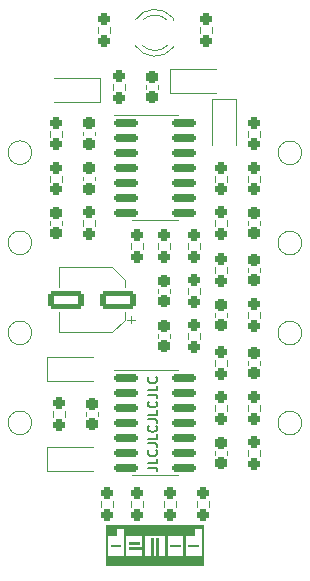
<source format=gbr>
%TF.GenerationSoftware,KiCad,Pcbnew,(6.0.9-0)*%
%TF.CreationDate,2024-06-20T10:44:05+02:00*%
%TF.ProjectId,follower-board,666f6c6c-6f77-4657-922d-626f6172642e,rev?*%
%TF.SameCoordinates,Original*%
%TF.FileFunction,Legend,Top*%
%TF.FilePolarity,Positive*%
%FSLAX46Y46*%
G04 Gerber Fmt 4.6, Leading zero omitted, Abs format (unit mm)*
G04 Created by KiCad (PCBNEW (6.0.9-0)) date 2024-06-20 10:44:05*
%MOMM*%
%LPD*%
G01*
G04 APERTURE LIST*
G04 Aperture macros list*
%AMRoundRect*
0 Rectangle with rounded corners*
0 $1 Rounding radius*
0 $2 $3 $4 $5 $6 $7 $8 $9 X,Y pos of 4 corners*
0 Add a 4 corners polygon primitive as box body*
4,1,4,$2,$3,$4,$5,$6,$7,$8,$9,$2,$3,0*
0 Add four circle primitives for the rounded corners*
1,1,$1+$1,$2,$3*
1,1,$1+$1,$4,$5*
1,1,$1+$1,$6,$7*
1,1,$1+$1,$8,$9*
0 Add four rect primitives between the rounded corners*
20,1,$1+$1,$2,$3,$4,$5,0*
20,1,$1+$1,$4,$5,$6,$7,0*
20,1,$1+$1,$6,$7,$8,$9,0*
20,1,$1+$1,$8,$9,$2,$3,0*%
G04 Aperture macros list end*
%ADD10C,0.120000*%
%ADD11C,0.150000*%
%ADD12RoundRect,0.237500X-0.237500X0.250000X-0.237500X-0.250000X0.237500X-0.250000X0.237500X0.250000X0*%
%ADD13R,0.900000X1.200000*%
%ADD14RoundRect,0.237500X-0.237500X0.300000X-0.237500X-0.300000X0.237500X-0.300000X0.237500X0.300000X0*%
%ADD15RoundRect,0.237500X0.237500X-0.250000X0.237500X0.250000X-0.237500X0.250000X-0.237500X-0.250000X0*%
%ADD16RoundRect,0.237500X0.237500X-0.300000X0.237500X0.300000X-0.237500X0.300000X-0.237500X-0.300000X0*%
%ADD17C,3.200000*%
%ADD18RoundRect,0.150000X-0.825000X-0.150000X0.825000X-0.150000X0.825000X0.150000X-0.825000X0.150000X0*%
%ADD19R,1.800000X1.800000*%
%ADD20C,1.800000*%
%ADD21C,5.500000*%
%ADD22RoundRect,0.250000X1.250000X0.550000X-1.250000X0.550000X-1.250000X-0.550000X1.250000X-0.550000X0*%
%ADD23R,1.200000X0.900000*%
%ADD24R,1.700000X1.700000*%
%ADD25O,1.700000X1.700000*%
G04 APERTURE END LIST*
D10*
X51800000Y-76200000D02*
G75*
G03*
X51800000Y-76200000I-1000000J0D01*
G01*
X51800000Y-53324000D02*
G75*
G03*
X51800000Y-53324000I-1000000J0D01*
G01*
X74660000Y-68596000D02*
G75*
G03*
X74660000Y-68596000I-1000000J0D01*
G01*
X74660000Y-60976000D02*
G75*
G03*
X74660000Y-60976000I-1000000J0D01*
G01*
X74660000Y-53340000D02*
G75*
G03*
X74660000Y-53340000I-1000000J0D01*
G01*
X74660000Y-76216000D02*
G75*
G03*
X74660000Y-76216000I-1000000J0D01*
G01*
X51800000Y-60960000D02*
G75*
G03*
X51800000Y-60960000I-1000000J0D01*
G01*
X51800000Y-68580000D02*
G75*
G03*
X51800000Y-68580000I-1000000J0D01*
G01*
D11*
X61639504Y-79996838D02*
X62210933Y-79996838D01*
X62325219Y-80034933D01*
X62401409Y-80111123D01*
X62439504Y-80225409D01*
X62439504Y-80301600D01*
X62439504Y-79234933D02*
X62439504Y-79615885D01*
X61639504Y-79615885D01*
X62363314Y-78511123D02*
X62401409Y-78549219D01*
X62439504Y-78663504D01*
X62439504Y-78739695D01*
X62401409Y-78853980D01*
X62325219Y-78930171D01*
X62249028Y-78968266D01*
X62096647Y-79006361D01*
X61982361Y-79006361D01*
X61829980Y-78968266D01*
X61753790Y-78930171D01*
X61677600Y-78853980D01*
X61639504Y-78739695D01*
X61639504Y-78663504D01*
X61677600Y-78549219D01*
X61715695Y-78511123D01*
X61639504Y-77939695D02*
X62210933Y-77939695D01*
X62325219Y-77977790D01*
X62401409Y-78053980D01*
X62439504Y-78168266D01*
X62439504Y-78244457D01*
X62439504Y-77177790D02*
X62439504Y-77558742D01*
X61639504Y-77558742D01*
X62363314Y-76453980D02*
X62401409Y-76492076D01*
X62439504Y-76606361D01*
X62439504Y-76682552D01*
X62401409Y-76796838D01*
X62325219Y-76873028D01*
X62249028Y-76911123D01*
X62096647Y-76949219D01*
X61982361Y-76949219D01*
X61829980Y-76911123D01*
X61753790Y-76873028D01*
X61677600Y-76796838D01*
X61639504Y-76682552D01*
X61639504Y-76606361D01*
X61677600Y-76492076D01*
X61715695Y-76453980D01*
X61639504Y-75882552D02*
X62210933Y-75882552D01*
X62325219Y-75920647D01*
X62401409Y-75996838D01*
X62439504Y-76111123D01*
X62439504Y-76187314D01*
X62439504Y-75120647D02*
X62439504Y-75501600D01*
X61639504Y-75501600D01*
X62363314Y-74396838D02*
X62401409Y-74434933D01*
X62439504Y-74549219D01*
X62439504Y-74625409D01*
X62401409Y-74739695D01*
X62325219Y-74815885D01*
X62249028Y-74853980D01*
X62096647Y-74892076D01*
X61982361Y-74892076D01*
X61829980Y-74853980D01*
X61753790Y-74815885D01*
X61677600Y-74739695D01*
X61639504Y-74625409D01*
X61639504Y-74549219D01*
X61677600Y-74434933D01*
X61715695Y-74396838D01*
X61639504Y-73825409D02*
X62210933Y-73825409D01*
X62325219Y-73863504D01*
X62401409Y-73939695D01*
X62439504Y-74053980D01*
X62439504Y-74130171D01*
X62439504Y-73063504D02*
X62439504Y-73444457D01*
X61639504Y-73444457D01*
X62363314Y-72339695D02*
X62401409Y-72377790D01*
X62439504Y-72492076D01*
X62439504Y-72568266D01*
X62401409Y-72682552D01*
X62325219Y-72758742D01*
X62249028Y-72796838D01*
X62096647Y-72834933D01*
X61982361Y-72834933D01*
X61829980Y-72796838D01*
X61753790Y-72758742D01*
X61677600Y-72682552D01*
X61639504Y-72568266D01*
X61639504Y-72492076D01*
X61677600Y-72377790D01*
X61715695Y-72339695D01*
D10*
%TO.C,R9*%
X66054500Y-64769276D02*
X66054500Y-65278724D01*
X65009500Y-64769276D02*
X65009500Y-65278724D01*
%TO.C,D2*%
X63536000Y-48244000D02*
X67436000Y-48244000D01*
X63536000Y-46244000D02*
X67436000Y-46244000D01*
X63536000Y-46244000D02*
X63536000Y-48244000D01*
%TO.C,R12*%
X68340500Y-55270776D02*
X68340500Y-55780224D01*
X67295500Y-55270776D02*
X67295500Y-55780224D01*
%TO.C,C10*%
X57152000Y-55379233D02*
X57152000Y-55671767D01*
X56132000Y-55379233D02*
X56132000Y-55671767D01*
%TO.C,R18*%
X53579500Y-75183276D02*
X53579500Y-75692724D01*
X54624500Y-75183276D02*
X54624500Y-75692724D01*
%TO.C,R22*%
X71134500Y-75184724D02*
X71134500Y-74675276D01*
X70089500Y-75184724D02*
X70089500Y-74675276D01*
%TO.C,C9*%
X71122000Y-59428767D02*
X71122000Y-59136233D01*
X70102000Y-59428767D02*
X70102000Y-59136233D01*
%TO.C,C13*%
X57406000Y-75584267D02*
X57406000Y-75291733D01*
X56386000Y-75584267D02*
X56386000Y-75291733D01*
%TO.C,R1*%
X54370500Y-55780224D02*
X54370500Y-55270776D01*
X53325500Y-55780224D02*
X53325500Y-55270776D01*
%TO.C,R16*%
X71134500Y-51460776D02*
X71134500Y-51970224D01*
X70089500Y-51460776D02*
X70089500Y-51970224D01*
%TO.C,C7*%
X67308000Y-67202267D02*
X67308000Y-66909733D01*
X68328000Y-67202267D02*
X68328000Y-66909733D01*
%TO.C,C6*%
X62482000Y-68687733D02*
X62482000Y-68980267D01*
X63502000Y-68687733D02*
X63502000Y-68980267D01*
%TO.C,R6*%
X62469500Y-60959276D02*
X62469500Y-61468724D01*
X63514500Y-60959276D02*
X63514500Y-61468724D01*
%TO.C,D1*%
X57622000Y-49006000D02*
X53722000Y-49006000D01*
X57622000Y-47006000D02*
X53722000Y-47006000D01*
X57622000Y-49006000D02*
X57622000Y-47006000D01*
%TO.C,R20*%
X60183500Y-82803276D02*
X60183500Y-83312724D01*
X61228500Y-82803276D02*
X61228500Y-83312724D01*
%TO.C,C5*%
X63502000Y-65170267D02*
X63502000Y-64877733D01*
X62482000Y-65170267D02*
X62482000Y-64877733D01*
%TO.C,U1*%
X62230000Y-59045000D02*
X64180000Y-59045000D01*
X62230000Y-50175000D02*
X64180000Y-50175000D01*
X62230000Y-59045000D02*
X60280000Y-59045000D01*
X62230000Y-50175000D02*
X58780000Y-50175000D01*
%TO.C,R15*%
X66025500Y-42671276D02*
X66025500Y-43180724D01*
X67070500Y-42671276D02*
X67070500Y-43180724D01*
%TO.C,D6*%
X53122000Y-78248000D02*
X57022000Y-78248000D01*
X53122000Y-80248000D02*
X57022000Y-80248000D01*
X53122000Y-78248000D02*
X53122000Y-80248000D01*
%TO.C,R14*%
X71134500Y-66801276D02*
X71134500Y-67310724D01*
X70089500Y-66801276D02*
X70089500Y-67310724D01*
%TO.C,C4*%
X54358000Y-59139233D02*
X54358000Y-59431767D01*
X53338000Y-59139233D02*
X53338000Y-59431767D01*
%TO.C,R25*%
X68340500Y-71374724D02*
X68340500Y-70865276D01*
X67295500Y-71374724D02*
X67295500Y-70865276D01*
%TO.C,D3*%
X63790000Y-42100000D02*
X63790000Y-41944000D01*
X63790000Y-44416000D02*
X63790000Y-44260000D01*
X61188870Y-44259837D02*
G75*
G03*
X63270961Y-44260000I1041130J1079837D01*
G01*
X60557665Y-44258608D02*
G75*
G03*
X63790000Y-44415516I1672335J1078608D01*
G01*
X63270961Y-42100000D02*
G75*
G03*
X61188870Y-42100163I-1040961J-1080000D01*
G01*
X63790000Y-41944484D02*
G75*
G03*
X60557665Y-42101392I-1560000J-1235516D01*
G01*
%TO.C,R11*%
X67295500Y-63500724D02*
X67295500Y-62991276D01*
X68340500Y-63500724D02*
X68340500Y-62991276D01*
%TO.C,R4*%
X58434500Y-42671276D02*
X58434500Y-43180724D01*
X57389500Y-42671276D02*
X57389500Y-43180724D01*
%TO.C,U2*%
X62230000Y-71765000D02*
X58780000Y-71765000D01*
X62230000Y-80635000D02*
X60280000Y-80635000D01*
X62230000Y-80635000D02*
X64180000Y-80635000D01*
X62230000Y-71765000D02*
X64180000Y-71765000D01*
%TO.C,R19*%
X58688500Y-82803276D02*
X58688500Y-83312724D01*
X57643500Y-82803276D02*
X57643500Y-83312724D01*
%TO.C,R13*%
X67295500Y-59030776D02*
X67295500Y-59540224D01*
X68340500Y-59030776D02*
X68340500Y-59540224D01*
%TO.C,kibuzzard-6673DE4D*%
G36*
X58073925Y-84867750D02*
G01*
X59820175Y-84867750D01*
X59820175Y-88360250D01*
X58073925Y-88360250D01*
X58073925Y-87487125D01*
X58283475Y-87487125D01*
X59610625Y-87487125D01*
X59610625Y-85217000D01*
X59051825Y-85217000D01*
X59051825Y-85740875D01*
X58283475Y-85740875D01*
X58283475Y-87487125D01*
X58073925Y-87487125D01*
X58073925Y-84867750D01*
G37*
G36*
X60937775Y-86509225D02*
G01*
X60029725Y-86509225D01*
X60029725Y-86299675D01*
X60937775Y-86299675D01*
X60937775Y-86509225D01*
G37*
G36*
X61147325Y-84867750D02*
G01*
X63312675Y-84867750D01*
X63312675Y-88360250D01*
X61147325Y-88360250D01*
X61147325Y-87487125D01*
X61356875Y-87487125D01*
X61915675Y-87487125D01*
X61915675Y-85915500D01*
X62125225Y-85915500D01*
X62125225Y-87487125D01*
X62334775Y-87487125D01*
X62334775Y-85915500D01*
X62544325Y-85915500D01*
X62544325Y-87487125D01*
X63103125Y-87487125D01*
X63103125Y-85740875D01*
X61356875Y-85740875D01*
X61356875Y-87487125D01*
X61147325Y-87487125D01*
X61147325Y-84867750D01*
G37*
G36*
X59401075Y-86718775D02*
G01*
X58493025Y-86718775D01*
X58493025Y-86509225D01*
X59401075Y-86509225D01*
X59401075Y-86718775D01*
G37*
G36*
X63103125Y-84867750D02*
G01*
X64849375Y-84867750D01*
X64849375Y-88360250D01*
X63103125Y-88360250D01*
X63103125Y-87487125D01*
X63312675Y-87487125D01*
X64639825Y-87487125D01*
X64639825Y-85740875D01*
X63312675Y-85740875D01*
X63312675Y-87487125D01*
X63103125Y-87487125D01*
X63103125Y-84867750D01*
G37*
G36*
X64639825Y-84867750D02*
G01*
X66386075Y-84867750D01*
X66386075Y-88360250D01*
X64639825Y-88360250D01*
X64639825Y-87487125D01*
X64849375Y-87487125D01*
X66176525Y-87487125D01*
X66176525Y-85217000D01*
X65617725Y-85217000D01*
X65617725Y-85740875D01*
X64849375Y-85740875D01*
X64849375Y-87487125D01*
X64639825Y-87487125D01*
X64639825Y-84867750D01*
G37*
G36*
X65966975Y-86718775D02*
G01*
X65058925Y-86718775D01*
X65058925Y-86509225D01*
X65966975Y-86509225D01*
X65966975Y-86718775D01*
G37*
G36*
X64430275Y-86718775D02*
G01*
X63522225Y-86718775D01*
X63522225Y-86509225D01*
X64430275Y-86509225D01*
X64430275Y-86718775D01*
G37*
G36*
X59610625Y-84867750D02*
G01*
X61356875Y-84867750D01*
X61356875Y-88360250D01*
X59610625Y-88360250D01*
X59610625Y-87487125D01*
X59820175Y-87487125D01*
X61147325Y-87487125D01*
X61147325Y-86928325D01*
X60029725Y-86928325D01*
X60029725Y-86718775D01*
X61147325Y-86718775D01*
X61147325Y-85740875D01*
X59820175Y-85740875D01*
X59820175Y-87487125D01*
X59610625Y-87487125D01*
X59610625Y-84867750D01*
G37*
%TO.C,R26*%
X62977500Y-82803276D02*
X62977500Y-83312724D01*
X64022500Y-82803276D02*
X64022500Y-83312724D01*
%TO.C,D5*%
X53122000Y-70628000D02*
X53122000Y-72628000D01*
X53122000Y-70628000D02*
X57022000Y-70628000D01*
X53122000Y-72628000D02*
X57022000Y-72628000D01*
%TO.C,R8*%
X66054500Y-60959276D02*
X66054500Y-61468724D01*
X65009500Y-60959276D02*
X65009500Y-61468724D01*
%TO.C,R24*%
X67295500Y-75184724D02*
X67295500Y-74675276D01*
X68340500Y-75184724D02*
X68340500Y-74675276D01*
%TO.C,R10*%
X66054500Y-69088724D02*
X66054500Y-68579276D01*
X65009500Y-69088724D02*
X65009500Y-68579276D01*
%TO.C,C1*%
X60208500Y-67783500D02*
X60208500Y-67158500D01*
X58591563Y-68546000D02*
X54136000Y-68546000D01*
X60521000Y-67471000D02*
X59896000Y-67471000D01*
X59656000Y-64090437D02*
X59656000Y-64726000D01*
X59656000Y-67481563D02*
X59656000Y-66846000D01*
X58591563Y-63026000D02*
X54136000Y-63026000D01*
X59656000Y-67481563D02*
X58591563Y-68546000D01*
X59656000Y-64090437D02*
X58591563Y-63026000D01*
X54136000Y-63026000D02*
X54136000Y-64726000D01*
X54136000Y-68546000D02*
X54136000Y-66846000D01*
%TO.C,R5*%
X61228500Y-61468724D02*
X61228500Y-60959276D01*
X60183500Y-61468724D02*
X60183500Y-60959276D01*
%TO.C,R23*%
X65771500Y-83312724D02*
X65771500Y-82803276D01*
X66816500Y-83312724D02*
X66816500Y-82803276D01*
%TO.C,R2*%
X53325500Y-51970224D02*
X53325500Y-51460776D01*
X54370500Y-51970224D02*
X54370500Y-51460776D01*
%TO.C,R17*%
X70089500Y-55780224D02*
X70089500Y-55270776D01*
X71134500Y-55780224D02*
X71134500Y-55270776D01*
%TO.C,R21*%
X70089500Y-78485276D02*
X70089500Y-78994724D01*
X71134500Y-78485276D02*
X71134500Y-78994724D01*
%TO.C,C3*%
X62486000Y-47605733D02*
X62486000Y-47898267D01*
X61466000Y-47605733D02*
X61466000Y-47898267D01*
%TO.C,C12*%
X70102000Y-71266267D02*
X70102000Y-70973733D01*
X71122000Y-71266267D02*
X71122000Y-70973733D01*
%TO.C,C8*%
X70102000Y-63392267D02*
X70102000Y-63099733D01*
X71122000Y-63392267D02*
X71122000Y-63099733D01*
%TO.C,R3*%
X58659500Y-48006724D02*
X58659500Y-47497276D01*
X59704500Y-48006724D02*
X59704500Y-47497276D01*
%TO.C,D4*%
X67072000Y-48804000D02*
X67072000Y-52704000D01*
X69072000Y-48804000D02*
X69072000Y-52704000D01*
X69072000Y-48804000D02*
X67072000Y-48804000D01*
%TO.C,C11*%
X67308000Y-78593733D02*
X67308000Y-78886267D01*
X68328000Y-78593733D02*
X68328000Y-78886267D01*
%TO.C,R7*%
X56119500Y-59030776D02*
X56119500Y-59540224D01*
X57164500Y-59030776D02*
X57164500Y-59540224D01*
%TO.C,C2*%
X56132000Y-51861767D02*
X56132000Y-51569233D01*
X57152000Y-51861767D02*
X57152000Y-51569233D01*
%TD*%
%LPC*%
D12*
%TO.C,R9*%
X65532000Y-64111500D03*
X65532000Y-65936500D03*
%TD*%
D13*
%TO.C,D2*%
X64136000Y-47244000D03*
X67436000Y-47244000D03*
%TD*%
D12*
%TO.C,R12*%
X67818000Y-54613000D03*
X67818000Y-56438000D03*
%TD*%
D14*
%TO.C,C10*%
X56642000Y-54663000D03*
X56642000Y-56388000D03*
%TD*%
D12*
%TO.C,R18*%
X54102000Y-74525500D03*
X54102000Y-76350500D03*
%TD*%
D15*
%TO.C,R22*%
X70612000Y-75842500D03*
X70612000Y-74017500D03*
%TD*%
D16*
%TO.C,C9*%
X70612000Y-60145000D03*
X70612000Y-58420000D03*
%TD*%
%TO.C,C13*%
X56896000Y-76300500D03*
X56896000Y-74575500D03*
%TD*%
D15*
%TO.C,R1*%
X53848000Y-56438000D03*
X53848000Y-54613000D03*
%TD*%
D12*
%TO.C,R16*%
X70612000Y-50803000D03*
X70612000Y-52628000D03*
%TD*%
D16*
%TO.C,C7*%
X67818000Y-67918500D03*
X67818000Y-66193500D03*
%TD*%
D14*
%TO.C,C6*%
X62992000Y-67971500D03*
X62992000Y-69696500D03*
%TD*%
D12*
%TO.C,R6*%
X62992000Y-60301500D03*
X62992000Y-62126500D03*
%TD*%
D13*
%TO.C,D1*%
X57022000Y-48006000D03*
X53722000Y-48006000D03*
%TD*%
D12*
%TO.C,R20*%
X60706000Y-82145500D03*
X60706000Y-83970500D03*
%TD*%
D16*
%TO.C,C5*%
X62992000Y-65886500D03*
X62992000Y-64161500D03*
%TD*%
D17*
%TO.C,H2*%
X53340000Y-43180000D03*
%TD*%
D18*
%TO.C,U1*%
X59755000Y-50800000D03*
X59755000Y-52070000D03*
X59755000Y-53340000D03*
X59755000Y-54610000D03*
X59755000Y-55880000D03*
X59755000Y-57150000D03*
X59755000Y-58420000D03*
X64705000Y-58420000D03*
X64705000Y-57150000D03*
X64705000Y-55880000D03*
X64705000Y-54610000D03*
X64705000Y-53340000D03*
X64705000Y-52070000D03*
X64705000Y-50800000D03*
%TD*%
D12*
%TO.C,R15*%
X66548000Y-42013500D03*
X66548000Y-43838500D03*
%TD*%
D13*
%TO.C,D6*%
X53722000Y-79248000D03*
X57022000Y-79248000D03*
%TD*%
D12*
%TO.C,R14*%
X70612000Y-66143500D03*
X70612000Y-67968500D03*
%TD*%
D14*
%TO.C,C4*%
X53848000Y-58423000D03*
X53848000Y-60148000D03*
%TD*%
D15*
%TO.C,R25*%
X67818000Y-72032500D03*
X67818000Y-70207500D03*
%TD*%
D19*
%TO.C,D3*%
X63500000Y-43180000D03*
D20*
X60960000Y-43180000D03*
%TD*%
D15*
%TO.C,R11*%
X67818000Y-64158500D03*
X67818000Y-62333500D03*
%TD*%
D12*
%TO.C,R4*%
X57912000Y-42013500D03*
X57912000Y-43838500D03*
%TD*%
D18*
%TO.C,U2*%
X59755000Y-72390000D03*
X59755000Y-73660000D03*
X59755000Y-74930000D03*
X59755000Y-76200000D03*
X59755000Y-77470000D03*
X59755000Y-78740000D03*
X59755000Y-80010000D03*
X64705000Y-80010000D03*
X64705000Y-78740000D03*
X64705000Y-77470000D03*
X64705000Y-76200000D03*
X64705000Y-74930000D03*
X64705000Y-73660000D03*
X64705000Y-72390000D03*
%TD*%
D12*
%TO.C,R19*%
X58166000Y-82145500D03*
X58166000Y-83970500D03*
%TD*%
%TO.C,R13*%
X67818000Y-58373000D03*
X67818000Y-60198000D03*
%TD*%
D21*
%TO.C,H3*%
X71120000Y-83820000D03*
%TD*%
D12*
%TO.C,R26*%
X63500000Y-82145500D03*
X63500000Y-83970500D03*
%TD*%
D13*
%TO.C,D5*%
X53722000Y-71628000D03*
X57022000Y-71628000D03*
%TD*%
D21*
%TO.C,H1*%
X53340000Y-83820000D03*
%TD*%
D12*
%TO.C,R8*%
X65532000Y-60301500D03*
X65532000Y-62126500D03*
%TD*%
D15*
%TO.C,R24*%
X67818000Y-75842500D03*
X67818000Y-74017500D03*
%TD*%
%TO.C,R10*%
X65532000Y-69746500D03*
X65532000Y-67921500D03*
%TD*%
D22*
%TO.C,C1*%
X59096000Y-65786000D03*
X54696000Y-65786000D03*
%TD*%
D15*
%TO.C,R5*%
X60706000Y-62126500D03*
X60706000Y-60301500D03*
%TD*%
%TO.C,R23*%
X66294000Y-83970500D03*
X66294000Y-82145500D03*
%TD*%
%TO.C,R2*%
X53848000Y-52628000D03*
X53848000Y-50803000D03*
%TD*%
%TO.C,R17*%
X70612000Y-56438000D03*
X70612000Y-54613000D03*
%TD*%
D12*
%TO.C,R21*%
X70612000Y-77827500D03*
X70612000Y-79652500D03*
%TD*%
D17*
%TO.C,H4*%
X71120000Y-43180000D03*
%TD*%
D14*
%TO.C,C3*%
X61976000Y-46889500D03*
X61976000Y-48614500D03*
%TD*%
D16*
%TO.C,C12*%
X70612000Y-71982500D03*
X70612000Y-70257500D03*
%TD*%
%TO.C,C8*%
X70612000Y-64108500D03*
X70612000Y-62383500D03*
%TD*%
D15*
%TO.C,R3*%
X59182000Y-48664500D03*
X59182000Y-46839500D03*
%TD*%
D23*
%TO.C,D4*%
X68072000Y-49404000D03*
X68072000Y-52704000D03*
%TD*%
D14*
%TO.C,C11*%
X67818000Y-77877500D03*
X67818000Y-79602500D03*
%TD*%
D12*
%TO.C,R7*%
X56642000Y-58373000D03*
X56642000Y-60198000D03*
%TD*%
D16*
%TO.C,C2*%
X56642000Y-52578000D03*
X56642000Y-50853000D03*
%TD*%
D24*
%TO.C,J1*%
X50800000Y-50800000D03*
D25*
X50800000Y-53340000D03*
X50800000Y-55880000D03*
X50800000Y-58420000D03*
X50800000Y-60960000D03*
X50800000Y-63500000D03*
X50800000Y-66040000D03*
X50800000Y-68580000D03*
X50800000Y-71120000D03*
X50800000Y-73660000D03*
X50800000Y-76200000D03*
%TD*%
D24*
%TO.C,J2*%
X73660000Y-50800000D03*
D25*
X73660000Y-53340000D03*
X73660000Y-55880000D03*
X73660000Y-58420000D03*
X73660000Y-60960000D03*
X73660000Y-63500000D03*
X73660000Y-66040000D03*
X73660000Y-68580000D03*
X73660000Y-71120000D03*
X73660000Y-73660000D03*
X73660000Y-76200000D03*
%TD*%
M02*

</source>
